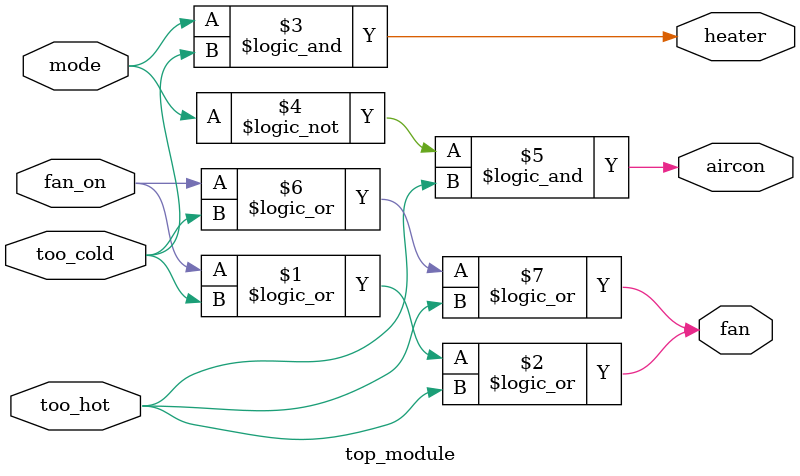
<source format=sv>
module top_module(
    input mode,
    input too_cold,
    input too_hot,
    input fan_on,
    output heater,
    output aircon,
    output fan
);
    wire fan;
    
    assign fan = (fan_on || too_cold || too_hot);
    
    assign heater = (mode && too_cold);
    
    assign aircon = (!mode && too_hot);
    
    assign fan = (fan_on || too_cold || too_hot);
endmodule

</source>
